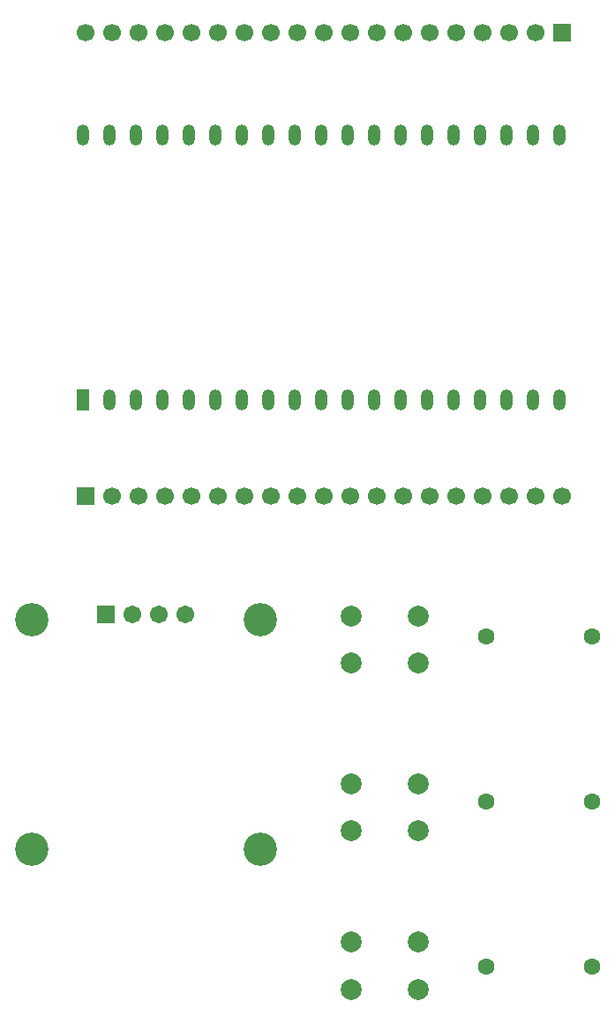
<source format=gbr>
%TF.GenerationSoftware,KiCad,Pcbnew,9.0.2*%
%TF.CreationDate,2025-06-18T14:23:29+07:00*%
%TF.ProjectId,WiFi_Frauder_DEV,57694669-5f46-4726-9175-6465725f4445,3*%
%TF.SameCoordinates,Original*%
%TF.FileFunction,Soldermask,Bot*%
%TF.FilePolarity,Negative*%
%FSLAX46Y46*%
G04 Gerber Fmt 4.6, Leading zero omitted, Abs format (unit mm)*
G04 Created by KiCad (PCBNEW 9.0.2) date 2025-06-18 14:23:29*
%MOMM*%
%LPD*%
G01*
G04 APERTURE LIST*
G04 Aperture macros list*
%AMRoundRect*
0 Rectangle with rounded corners*
0 $1 Rounding radius*
0 $2 $3 $4 $5 $6 $7 $8 $9 X,Y pos of 4 corners*
0 Add a 4 corners polygon primitive as box body*
4,1,4,$2,$3,$4,$5,$6,$7,$8,$9,$2,$3,0*
0 Add four circle primitives for the rounded corners*
1,1,$1+$1,$2,$3*
1,1,$1+$1,$4,$5*
1,1,$1+$1,$6,$7*
1,1,$1+$1,$8,$9*
0 Add four rect primitives between the rounded corners*
20,1,$1+$1,$2,$3,$4,$5,0*
20,1,$1+$1,$4,$5,$6,$7,0*
20,1,$1+$1,$6,$7,$8,$9,0*
20,1,$1+$1,$8,$9,$2,$3,0*%
G04 Aperture macros list end*
%ADD10C,2.000000*%
%ADD11C,1.600000*%
%ADD12R,1.700000X1.700000*%
%ADD13C,1.700000*%
%ADD14RoundRect,0.102000X-0.754000X-0.754000X0.754000X-0.754000X0.754000X0.754000X-0.754000X0.754000X0*%
%ADD15C,1.712000*%
%ADD16C,3.204000*%
%ADD17R,1.200000X2.000000*%
%ADD18O,1.200000X2.000000*%
G04 APERTURE END LIST*
D10*
%TO.C,SW2*%
X153700000Y-97820000D03*
X160200000Y-97820000D03*
X153700000Y-102320000D03*
X160200000Y-102320000D03*
%TD*%
D11*
%TO.C,R2*%
X166670000Y-99770000D03*
X176830000Y-99770000D03*
%TD*%
D12*
%TO.C,J1*%
X128270000Y-86360000D03*
D13*
X130810000Y-86360000D03*
X133350000Y-86360000D03*
X135890000Y-86360000D03*
X138430000Y-86360000D03*
X140970000Y-86360000D03*
X143510000Y-86360000D03*
X146050000Y-86360000D03*
X148590000Y-86360000D03*
X151130000Y-86360000D03*
X153670000Y-86360000D03*
X156210000Y-86360000D03*
X158750000Y-86360000D03*
X161290000Y-86360000D03*
X163830000Y-86360000D03*
X166370000Y-86360000D03*
X168910000Y-86360000D03*
X171450000Y-86360000D03*
X173990000Y-86360000D03*
%TD*%
D11*
%TO.C,R3*%
X166670000Y-131470000D03*
X176830000Y-131470000D03*
%TD*%
D14*
%TO.C,U2*%
X130240000Y-97682500D03*
D15*
X132780000Y-97682500D03*
X135320000Y-97682500D03*
X137860000Y-97682500D03*
D16*
X123050000Y-98182500D03*
X145050000Y-98182500D03*
X145050000Y-120182500D03*
X123050000Y-120182500D03*
%TD*%
D10*
%TO.C,SW1*%
X153700000Y-113920000D03*
X160200000Y-113920000D03*
X153700000Y-118420000D03*
X160200000Y-118420000D03*
%TD*%
%TO.C,SW3*%
X153700000Y-129120000D03*
X160200000Y-129120000D03*
X153700000Y-133620000D03*
X160200000Y-133620000D03*
%TD*%
D17*
%TO.C,U1*%
X128005310Y-77100000D03*
D18*
X130545310Y-77100000D03*
X133085310Y-77100000D03*
X135625310Y-77100000D03*
X138165310Y-77100000D03*
X140705310Y-77100000D03*
X143245310Y-77100000D03*
X145785310Y-77100000D03*
X148325310Y-77100000D03*
X150865310Y-77100000D03*
X153405310Y-77100000D03*
X155945310Y-77100000D03*
X158485310Y-77100000D03*
X161025310Y-77100000D03*
X163565310Y-77100000D03*
X166105310Y-77100000D03*
X168645310Y-77100000D03*
X171185310Y-77100000D03*
X173725310Y-77100000D03*
X173722590Y-51703680D03*
X171182590Y-51703680D03*
X168645310Y-51700000D03*
X166105310Y-51700000D03*
X163565310Y-51700000D03*
X161025310Y-51700000D03*
X158485310Y-51700000D03*
X155945310Y-51700000D03*
X153405310Y-51700000D03*
X150865310Y-51700000D03*
X148325310Y-51700000D03*
X145785310Y-51700000D03*
X143245310Y-51700000D03*
X140705310Y-51700000D03*
X138165310Y-51700000D03*
X135625310Y-51700000D03*
X133085310Y-51700000D03*
X130545310Y-51700000D03*
X128005310Y-51700000D03*
%TD*%
D11*
%TO.C,R1*%
X166670000Y-115620000D03*
X176830000Y-115620000D03*
%TD*%
D12*
%TO.C,J2*%
X173990000Y-41910000D03*
D13*
X171450000Y-41910000D03*
X168910000Y-41910000D03*
X166370000Y-41910000D03*
X163830000Y-41910000D03*
X161290000Y-41910000D03*
X158750000Y-41910000D03*
X156210000Y-41910000D03*
X153670000Y-41910000D03*
X151130000Y-41910000D03*
X148590000Y-41910000D03*
X146050000Y-41910000D03*
X143510000Y-41910000D03*
X140970000Y-41910000D03*
X138430000Y-41910000D03*
X135890000Y-41910000D03*
X133350000Y-41910000D03*
X130810000Y-41910000D03*
X128270000Y-41910000D03*
%TD*%
M02*

</source>
